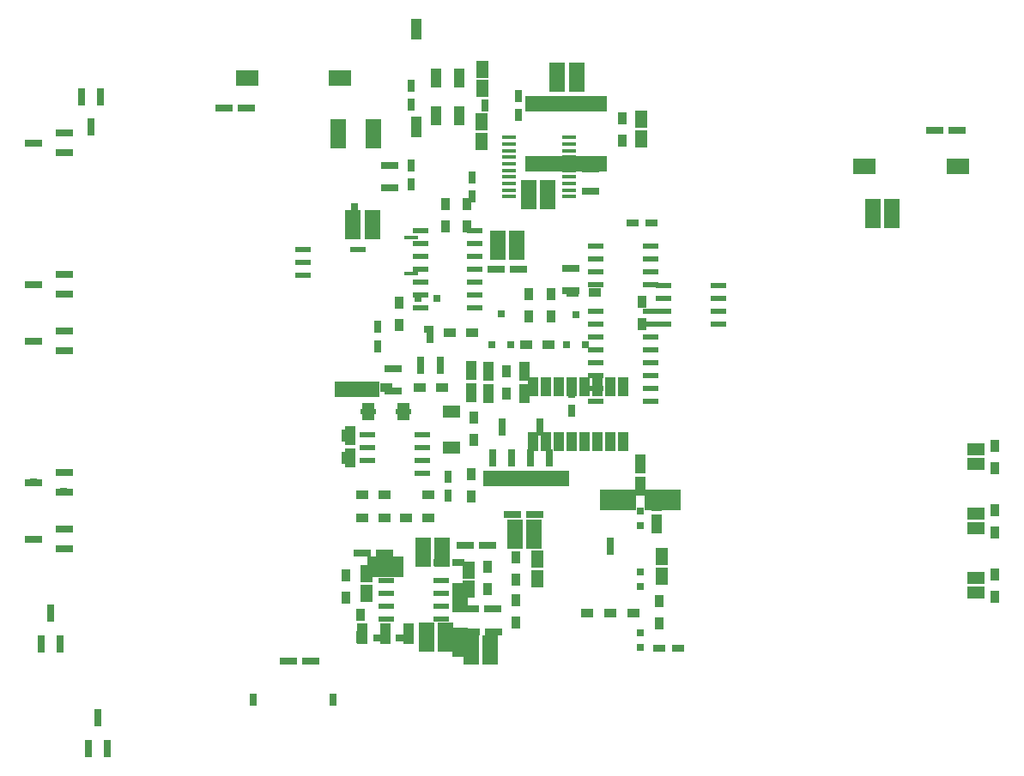
<source format=gbr>
From 16328e97230f0b991659d14151bc995274250b1c Mon Sep 17 00:00:00 2001
From: jaseg <git@jaseg.net>
Date: Thu, 20 Jul 2017 16:05:07 +0200
Subject: Second board revision

---
 hw/chibi/chibi_2024/gerbers/chibi_2024-F.Paste.gbr | 411 ++++++++++-----------
 1 file changed, 187 insertions(+), 224 deletions(-)

(limited to 'hw/chibi/chibi_2024/gerbers/chibi_2024-F.Paste.gbr')

diff --git a/hw/chibi/chibi_2024/gerbers/chibi_2024-F.Paste.gbr b/hw/chibi/chibi_2024/gerbers/chibi_2024-F.Paste.gbr
index ed724c8..8551c96 100644
--- a/hw/chibi/chibi_2024/gerbers/chibi_2024-F.Paste.gbr
+++ b/hw/chibi/chibi_2024/gerbers/chibi_2024-F.Paste.gbr
@@ -1,264 +1,193 @@
 G04 #@! TF.FileFunction,Paste,Top*
 %FSLAX46Y46*%
 G04 Gerber Fmt 4.6, Leading zero omitted, Abs format (unit mm)*
-G04 Created by KiCad (PCBNEW 4.0.4-1.fc24-product) date Wed May 17 21:12:50 2017*
+G04 Created by KiCad (PCBNEW 4.0.4-1.fc24-product) date Thu Jul 20 15:57:28 2017*
 %MOMM*%
 %LPD*%
 G01*
 G04 APERTURE LIST*
 %ADD10C,0.100000*%
 %ADD11R,0.900000X1.200000*%
-%ADD12R,2.999740X1.600200*%
-%ADD13R,2.100580X5.600700*%
-%ADD14R,1.699260X1.300480*%
-%ADD15R,1.300480X1.699260*%
-%ADD16R,2.700000X3.200000*%
-%ADD17R,1.200000X0.750000*%
-%ADD18R,0.750000X1.200000*%
-%ADD19R,0.797560X0.797560*%
-%ADD20R,1.800860X0.800100*%
-%ADD21R,0.800100X1.800860*%
-%ADD22R,1.200000X0.900000*%
-%ADD23R,3.657600X2.032000*%
-%ADD24R,1.016000X2.032000*%
-%ADD25R,1.550000X0.600000*%
-%ADD26R,0.450000X1.450000*%
-%ADD27R,0.600000X1.500000*%
-%ADD28R,1.500000X0.600000*%
-%ADD29R,2.180000X1.600000*%
+%ADD12R,3.657600X2.032000*%
+%ADD13R,1.016000X2.032000*%
+%ADD14R,1.450000X0.450000*%
+%ADD15R,1.550000X0.600000*%
+%ADD16R,0.750000X1.200000*%
+%ADD17R,1.600200X2.999740*%
+%ADD18R,1.300480X1.699260*%
+%ADD19R,1.699260X1.300480*%
+%ADD20R,1.200000X0.750000*%
+%ADD21R,0.797560X0.797560*%
+%ADD22R,1.800860X0.800100*%
+%ADD23R,0.800100X1.800860*%
+%ADD24R,1.200000X0.900000*%
+%ADD25R,1.500000X0.600000*%
+%ADD26R,2.180000X1.600000*%
+%ADD27R,1.099820X1.899920*%
 G04 APERTURE END LIST*
 D10*
 D11*
-X147955000Y-100500000D03*
-X147955000Y-102700000D03*
+X99750000Y-82650000D03*
+X99750000Y-80450000D03*
 D12*
-X110792260Y-93129100D03*
-X115191540Y-93129100D03*
+X87800000Y-99798000D03*
 D13*
-X90881200Y-46662340D03*
-X90881200Y-56360060D03*
+X87800000Y-106402000D03*
+X90086000Y-106402000D03*
+X85514000Y-106402000D03*
 D14*
-X90322400Y-70787260D03*
-X90322400Y-67287140D03*
-X94361000Y-87983060D03*
-X94361000Y-84482940D03*
+X100050000Y-57375000D03*
+X100050000Y-58025000D03*
+X100050000Y-58675000D03*
+X100050000Y-59325000D03*
+X100050000Y-59975000D03*
+X100050000Y-60625000D03*
+X100050000Y-61275000D03*
+X100050000Y-61925000D03*
+X100050000Y-62575000D03*
+X100050000Y-63225000D03*
+X105950000Y-63225000D03*
+X105950000Y-62575000D03*
+X105950000Y-61925000D03*
+X105950000Y-61275000D03*
+X105950000Y-60625000D03*
+X105950000Y-59975000D03*
+X105950000Y-59325000D03*
+X105950000Y-58675000D03*
+X105950000Y-58025000D03*
+X105950000Y-57375000D03*
 D15*
-X86133940Y-84455000D03*
-X89634060Y-84455000D03*
+X108600000Y-68095000D03*
+X108600000Y-69365000D03*
+X108600000Y-70635000D03*
+X108600000Y-71905000D03*
+X114000000Y-71905000D03*
+X114000000Y-70635000D03*
+X114000000Y-69365000D03*
+X114000000Y-68095000D03*
 D16*
-X82690000Y-112903000D03*
-X74790000Y-112903000D03*
+X96400000Y-61300000D03*
+X96400000Y-63200000D03*
 D17*
-X137805200Y-64884300D03*
-X135905200Y-64884300D03*
-X86522600Y-65989200D03*
-X84622600Y-65989200D03*
-X91506000Y-98298000D03*
-X93406000Y-98298000D03*
-X101920000Y-63042800D03*
-X103820000Y-63042800D03*
-X106690200Y-51460400D03*
-X104790200Y-51460400D03*
-X96255800Y-107975400D03*
-X98155800Y-107975400D03*
-X98872000Y-68046600D03*
-X100772000Y-68046600D03*
-D18*
-X115062000Y-98795800D03*
-X115062000Y-100695800D03*
-X113030000Y-55615800D03*
-X113030000Y-57515800D03*
-X97332800Y-57744400D03*
-X97332800Y-55844400D03*
-X97383600Y-50662800D03*
-X97383600Y-52562800D03*
-D17*
-X102486500Y-96520000D03*
-X100586500Y-96520000D03*
+X95150000Y-102850360D03*
+X95150000Y-107249640D03*
+D11*
+X114800000Y-103150000D03*
+X114800000Y-105350000D03*
 D18*
-X102819200Y-99024400D03*
-X102819200Y-100924400D03*
-X96012000Y-100078500D03*
-X96012000Y-101978500D03*
-X85953600Y-100459500D03*
-X85953600Y-102359500D03*
-D17*
-X91861600Y-106743500D03*
-X93761600Y-106743500D03*
+X83149940Y-57000000D03*
+X86650060Y-57000000D03*
+D19*
+X94361000Y-87983060D03*
+X94361000Y-84482940D03*
 D18*
+X86133940Y-84455000D03*
+X89634060Y-84455000D03*
+D20*
+X116700000Y-107850000D03*
+X114800000Y-107850000D03*
+X112200000Y-65825000D03*
+X114100000Y-65825000D03*
+D16*
+X106225000Y-84400000D03*
+X106225000Y-82500000D03*
+X84800000Y-64450000D03*
+X84800000Y-66350000D03*
+X87050000Y-78000000D03*
+X87050000Y-76100000D03*
+D20*
+X93150000Y-99350000D03*
+X95050000Y-99350000D03*
+D16*
+X90400000Y-60150000D03*
+X90400000Y-62050000D03*
+X97600000Y-52325000D03*
+X97600000Y-54225000D03*
+X90375000Y-54150000D03*
+X90375000Y-52250000D03*
 X93980000Y-90871000D03*
 X93980000Y-92771000D03*
-D19*
-X146050000Y-102349300D03*
-X146050000Y-100850700D03*
-X146050000Y-89649300D03*
-X146050000Y-88150700D03*
-X146050000Y-95999300D03*
-X146050000Y-94500700D03*
-D20*
+D21*
+X113000000Y-107749300D03*
+X113000000Y-106250700D03*
+X113000000Y-94250700D03*
+X113000000Y-95749300D03*
+X113000000Y-100250700D03*
+X113000000Y-101749300D03*
+D22*
 X56111140Y-78420000D03*
 X56111140Y-76520000D03*
 X53108860Y-77470000D03*
-X56111140Y-92390000D03*
-X56111140Y-90490000D03*
-X53108860Y-91440000D03*
-D21*
+X56101140Y-92350000D03*
+X56101140Y-90450000D03*
+X53098860Y-91400000D03*
+D23*
 X58486000Y-117706140D03*
 X60386000Y-117706140D03*
 X59436000Y-114703860D03*
-D20*
+D22*
 X56111140Y-72832000D03*
 X56111140Y-70932000D03*
 X53108860Y-71882000D03*
-D21*
+D23*
 X53850000Y-107373140D03*
 X55750000Y-107373140D03*
 X54800000Y-104370860D03*
 X59751000Y-53362860D03*
 X57851000Y-53362860D03*
 X58801000Y-56365140D03*
-D20*
+D22*
 X56111140Y-97978000D03*
 X56111140Y-96078000D03*
 X53108860Y-97028000D03*
 X56111140Y-58862000D03*
 X56111140Y-56962000D03*
 X53108860Y-57912000D03*
-D21*
-X92898000Y-73276460D03*
-X90998000Y-73276460D03*
-X91948000Y-76278740D03*
-X105679200Y-77853540D03*
-X107579200Y-77853540D03*
-X106629200Y-74851260D03*
-X98313200Y-77802740D03*
-X100213200Y-77802740D03*
-X99263200Y-74800460D03*
-D22*
-X74112300Y-54457600D03*
-X71912300Y-54457600D03*
-X144229000Y-56642000D03*
-X142029000Y-56642000D03*
-D11*
-X111201200Y-57665800D03*
-X111201200Y-55465800D03*
-X113157000Y-73576000D03*
-X113157000Y-75776000D03*
-D22*
-X98722000Y-70358000D03*
-X100922000Y-70358000D03*
-X102573000Y-94615000D03*
-X100373000Y-94615000D03*
-D11*
-X100711000Y-98849000D03*
-X100711000Y-101049000D03*
-X100647500Y-105240000D03*
-X100647500Y-103040000D03*
-D22*
-X95674000Y-97663000D03*
-X97874000Y-97663000D03*
-X87495200Y-106794300D03*
-X89695200Y-106794300D03*
 D11*
-X97917000Y-99801500D03*
-X97917000Y-102001500D03*
-X85394800Y-104475100D03*
-X85394800Y-106675100D03*
-D22*
-X87764800Y-98399600D03*
-X85564800Y-98399600D03*
-X80475000Y-109093000D03*
-X78275000Y-109093000D03*
-D11*
-X83921600Y-100601600D03*
-X83921600Y-102801600D03*
-D22*
-X98445500Y-106172000D03*
-X96245500Y-106172000D03*
-X96182000Y-103949500D03*
-X98382000Y-103949500D03*
+X88550000Y-80175000D03*
+X88550000Y-82375000D03*
+X88250000Y-62375000D03*
+X88250000Y-60175000D03*
+X106125000Y-70350000D03*
+X106125000Y-72550000D03*
+X108075000Y-62725000D03*
+X108075000Y-60525000D03*
+D24*
+X91225000Y-82100000D03*
+X93425000Y-82100000D03*
 D11*
-X89204800Y-73677600D03*
-X89204800Y-75877600D03*
 X96520000Y-87206000D03*
 X96520000Y-85006000D03*
-X83947000Y-88984000D03*
-X83947000Y-86784000D03*
-X147955000Y-87800000D03*
-X147955000Y-90000000D03*
-X147955000Y-94150000D03*
-X147955000Y-96350000D03*
-X104140000Y-72814000D03*
-X104140000Y-75014000D03*
-X101981000Y-72814000D03*
-X101981000Y-75014000D03*
-X95885000Y-63924000D03*
-X95885000Y-66124000D03*
-X93726000Y-63924000D03*
-X93726000Y-66124000D03*
-D23*
-X109982000Y-97739200D03*
-D24*
-X109982000Y-104343200D03*
-X112268000Y-104343200D03*
-X107696000Y-104343200D03*
-D25*
-X115283000Y-72009000D03*
-X115283000Y-73279000D03*
-X115283000Y-74549000D03*
-X115283000Y-75819000D03*
-X120683000Y-75819000D03*
-X120683000Y-74549000D03*
-X120683000Y-73279000D03*
-X120683000Y-72009000D03*
-D26*
-X102739000Y-59973000D03*
-X103389000Y-59973000D03*
-X104039000Y-59973000D03*
-X104689000Y-59973000D03*
-X105339000Y-59973000D03*
-X105989000Y-59973000D03*
-X106639000Y-59973000D03*
-X107289000Y-59973000D03*
-X107939000Y-59973000D03*
-X108589000Y-59973000D03*
-X108589000Y-54073000D03*
-X107939000Y-54073000D03*
-X107289000Y-54073000D03*
-X106639000Y-54073000D03*
-X105989000Y-54073000D03*
-X105339000Y-54073000D03*
-X104689000Y-54073000D03*
-X104039000Y-54073000D03*
-X103389000Y-54073000D03*
-X102739000Y-54073000D03*
-D25*
-X87927200Y-101130100D03*
-X87927200Y-102400100D03*
-X87927200Y-103670100D03*
-X87927200Y-104940100D03*
-X93327200Y-104940100D03*
-X93327200Y-103670100D03*
-X93327200Y-102400100D03*
-X93327200Y-101130100D03*
-D27*
-X111252000Y-82009000D03*
-X109982000Y-82009000D03*
-X108712000Y-82009000D03*
-X107442000Y-82009000D03*
-X106172000Y-82009000D03*
-X104902000Y-82009000D03*
-X103632000Y-82009000D03*
-X102362000Y-82009000D03*
-X102362000Y-87409000D03*
-X103632000Y-87409000D03*
-X104902000Y-87409000D03*
-X106172000Y-87409000D03*
-X107442000Y-87409000D03*
-X108712000Y-87409000D03*
-X109982000Y-87409000D03*
-X111252000Y-87409000D03*
+X84328000Y-88984000D03*
+X84328000Y-86784000D03*
+X113000000Y-89650000D03*
+X113000000Y-91850000D03*
+X114550000Y-93325000D03*
+X114550000Y-95525000D03*
+X96250000Y-82600000D03*
+X96250000Y-80400000D03*
+X98000000Y-82650000D03*
+X98000000Y-80450000D03*
+X101500000Y-82650000D03*
+X101500000Y-80450000D03*
 D25*
+X114000000Y-83445000D03*
+X114000000Y-82175000D03*
+X114000000Y-80905000D03*
+X114000000Y-79635000D03*
+X114000000Y-78365000D03*
+X114000000Y-77095000D03*
+X114000000Y-75825000D03*
+X114000000Y-74555000D03*
+X108600000Y-74555000D03*
+X108600000Y-75825000D03*
+X108600000Y-77095000D03*
+X108600000Y-78365000D03*
+X108600000Y-79635000D03*
+X108600000Y-80905000D03*
+X108600000Y-82175000D03*
+X108600000Y-83445000D03*
+D15*
 X86073000Y-86741000D03*
 X86073000Y-88011000D03*
 X86073000Y-89281000D03*
@@ -267,7 +196,7 @@ X91473000Y-90551000D03*
 X91473000Y-89281000D03*
 X91473000Y-88011000D03*
 X91473000Y-86741000D03*
-D28*
+D25*
 X79723000Y-68453000D03*
 X79723000Y-69723000D03*
 X79723000Y-70993000D03*
@@ -287,7 +216,7 @@ X85123000Y-68453000D03*
 D11*
 X96266000Y-92794000D03*
 X96266000Y-90594000D03*
-D22*
+D24*
 X89832000Y-94932500D03*
 X92032000Y-94932500D03*
 X92032000Y-92646500D03*
@@ -296,15 +225,49 @@ X87714000Y-94932500D03*
 X85514000Y-94932500D03*
 X85514000Y-92646500D03*
 X87714000Y-92646500D03*
-X87904500Y-82042000D03*
-X85704500Y-82042000D03*
-X106240400Y-72694800D03*
-X108440400Y-72694800D03*
-X101719200Y-77825600D03*
-X103919200Y-77825600D03*
-D29*
-X144302430Y-60200320D03*
-X135097570Y-60195680D03*
+X86100000Y-82225000D03*
+X83900000Y-82225000D03*
+X98600000Y-91075000D03*
+X100800000Y-91075000D03*
+X102675000Y-91075000D03*
+X104875000Y-91075000D03*
+D26*
 X83367830Y-51475420D03*
 X74162970Y-51470780D03*
+D24*
+X94150000Y-76675000D03*
+X96350000Y-76675000D03*
+D23*
+X91300000Y-79851140D03*
+X93200000Y-79851140D03*
+X92250000Y-76848860D03*
+X98400000Y-89001140D03*
+X100300000Y-89001140D03*
+X99350000Y-85998860D03*
+X102125000Y-89001140D03*
+X104025000Y-89001140D03*
+X103075000Y-85998860D03*
+D25*
+X96650000Y-74210000D03*
+X96650000Y-72940000D03*
+X96650000Y-71670000D03*
+X96650000Y-70400000D03*
+X96650000Y-69130000D03*
+X96650000Y-67860000D03*
+X96650000Y-66590000D03*
+X91250000Y-66590000D03*
+X91250000Y-67860000D03*
+X91250000Y-69130000D03*
+X91250000Y-70400000D03*
+X91250000Y-71670000D03*
+X91250000Y-72940000D03*
+X91250000Y-74210000D03*
+D27*
+X95098080Y-55199120D03*
+X92801920Y-51500880D03*
+X92801920Y-55199120D03*
+X95098080Y-51500880D03*
+D16*
+X100900000Y-53250000D03*
+X100900000Y-55150000D03*
 M02*
-- 
cgit 


</source>
